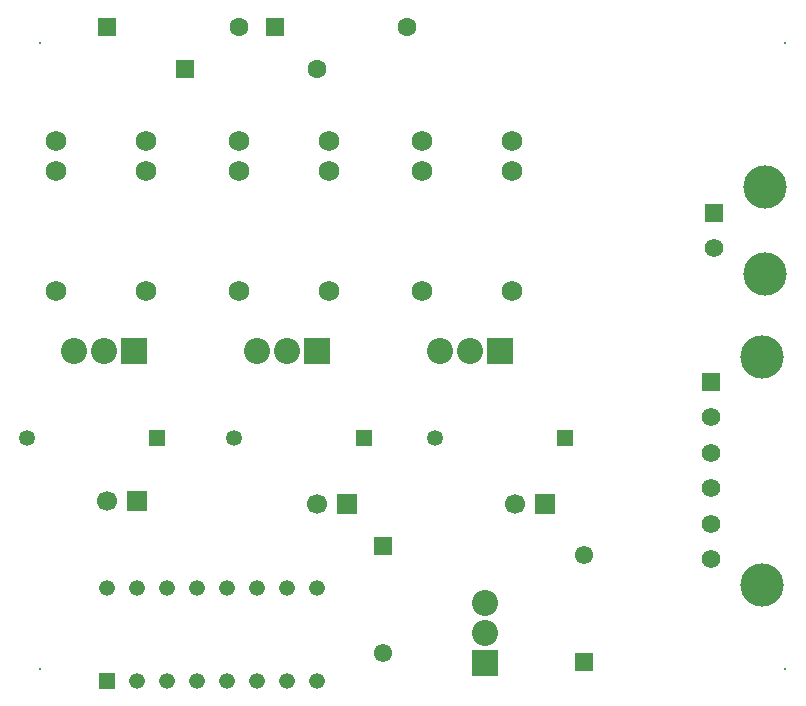
<source format=gbr>
%TF.GenerationSoftware,Altium Limited,Altium Designer,25.1.2 (22)*%
G04 Layer_Color=16711935*
%FSLAX45Y45*%
%MOMM*%
%TF.SameCoordinates,40A9CBEC-A2F6-451D-B56F-574927FC8DEB*%
%TF.FilePolarity,Negative*%
%TF.FileFunction,Soldermask,Bot*%
%TF.Part,Single*%
G01*
G75*
%TA.AperFunction,ComponentPad*%
%ADD12C,1.60000*%
%ADD13R,1.60000X1.60000*%
%ADD14C,1.57000*%
%ADD15R,1.57000X1.57000*%
%ADD16C,3.66000*%
%ADD17R,1.35000X1.35000*%
%ADD18C,1.35000*%
%ADD20R,1.70000X1.70000*%
%ADD21C,1.70000*%
%ADD34C,1.72720*%
%ADD35R,1.55320X1.55320*%
%ADD36C,1.55320*%
%ADD37C,2.21320*%
%ADD38R,2.21320X2.21320*%
%ADD39R,2.21320X2.21320*%
%TA.AperFunction,ViaPad*%
%ADD40C,0.20320*%
%TA.AperFunction,ComponentPad*%
%ADD41C,1.33320*%
%ADD42R,1.33320X1.33320*%
D12*
X2690602Y5435600D02*
D03*
X2030202Y5791200D02*
D03*
X3452602D02*
D03*
D13*
X1576598Y5435600D02*
D03*
X916198Y5791200D02*
D03*
X2338598D02*
D03*
D14*
X6054600Y3914000D02*
D03*
X6029200Y1282000D02*
D03*
Y1582000D02*
D03*
Y1882000D02*
D03*
Y2182000D02*
D03*
Y2482000D02*
D03*
D15*
X6054600Y4214000D02*
D03*
X6029200Y2782000D02*
D03*
D16*
X6486600Y4429000D02*
D03*
Y3699000D02*
D03*
X6461200Y2997000D02*
D03*
Y1067000D02*
D03*
D17*
X4791801Y2311400D02*
D03*
X3089998D02*
D03*
X1337401D02*
D03*
D18*
X3691799D02*
D03*
X1990000D02*
D03*
X237399D02*
D03*
D20*
X4622800Y1752600D02*
D03*
X1168400Y1778000D02*
D03*
X2946399Y1752600D02*
D03*
D21*
X4368800D02*
D03*
X914400Y1778000D02*
D03*
X2692399Y1752600D02*
D03*
D34*
X2794000Y4826000D02*
D03*
Y4572000D02*
D03*
Y3556000D02*
D03*
X2032000D02*
D03*
Y4572000D02*
D03*
Y4826000D02*
D03*
X4343400D02*
D03*
Y4572000D02*
D03*
Y3556000D02*
D03*
X3581400D02*
D03*
Y4572000D02*
D03*
Y4826000D02*
D03*
X1244600D02*
D03*
Y4572000D02*
D03*
Y3556000D02*
D03*
X482600D02*
D03*
Y4572000D02*
D03*
Y4826000D02*
D03*
D35*
X3251200Y1389800D02*
D03*
X4953000Y413600D02*
D03*
D36*
X3251200Y489800D02*
D03*
X4953000Y1313600D02*
D03*
D37*
X4114800Y914400D02*
D03*
Y660400D02*
D03*
X3733800Y3048000D02*
D03*
X3987800D02*
D03*
X635000D02*
D03*
X889000D02*
D03*
X2184400D02*
D03*
X2438400D02*
D03*
D38*
X4114800Y406400D02*
D03*
D39*
X4241800Y3048000D02*
D03*
X1143000D02*
D03*
X2692400D02*
D03*
D40*
X350002Y350002D02*
D03*
X6649999D02*
D03*
Y5650001D02*
D03*
X350002D02*
D03*
D41*
X914400Y1041400D02*
D03*
X1168400D02*
D03*
X1422400D02*
D03*
X1676400D02*
D03*
X1930400D02*
D03*
X2184400D02*
D03*
X2438400D02*
D03*
X2692400D02*
D03*
Y247401D02*
D03*
X2438400D02*
D03*
X2184400D02*
D03*
X1930400D02*
D03*
X1676400D02*
D03*
X1422400D02*
D03*
X1168400D02*
D03*
D42*
X914400D02*
D03*
%TF.MD5,245229fda0da08dec8e89c9caff73b5f*%
M02*

</source>
